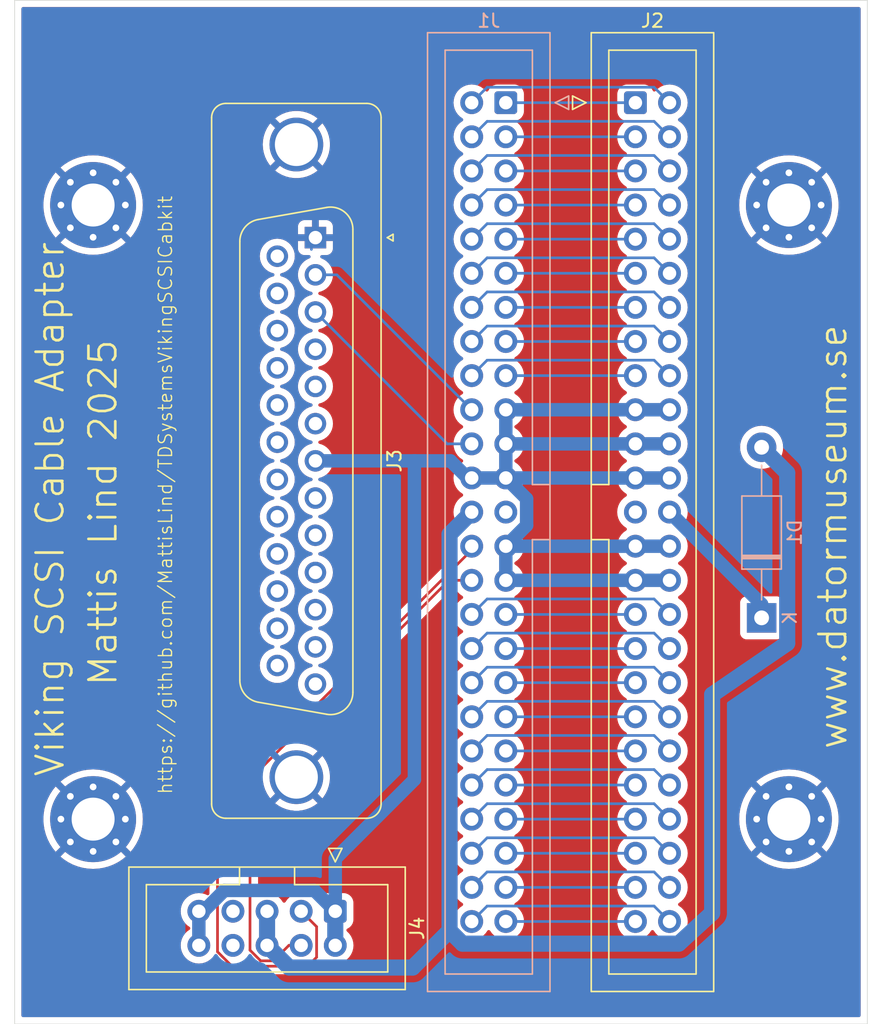
<source format=kicad_pcb>
(kicad_pcb (version 20240108) (generator "pcbnew") (generator_version "8.0")
  (layers (0 "F.Cu" signal) (31 "B.Cu" signal) (34 "B.Paste" user) (35 "F.Paste" user) (36 "B.SilkS" user "B.Silkscreen") (37 "F.SilkS" user "F.Silkscreen") (38 "B.Mask" user) (39 "F.Mask" user) (44 "Edge.Cuts" user))
  (net 0 "")
  (net 1 "Net-(D1-K)")
  (net 2 "Net-(D1-A)")
  (net 3 "/CHASSI")
  (net 4 "Net-(J1-Pin_14)")
  (net 5 "Net-(J1-Pin_42)")
  (net 6 "Net-(J1-Pin_45)")
  (net 7 "Net-(J1-Pin_34)")
  (net 8 "Net-(J1-Pin_46)")
  (net 9 "Net-(J1-Pin_38)")
  (net 10 "Net-(J1-Pin_8)")
  (net 11 "Net-(J1-Pin_19)")
  (net 12 "Net-(J1-Pin_16)")
  (net 13 "Net-(J1-Pin_11)")
  (net 14 "Net-(J1-Pin_17)")
  (net 15 "Net-(J1-Pin_43)")
  (net 16 "Net-(J1-Pin_6)")
  (net 17 "Net-(J1-Pin_20)")
  (net 18 "Net-(J1-Pin_41)")
  (net 19 "Net-(J1-Pin_3)")
  (net 20 "Net-(J1-Pin_50)")
  (net 21 "Net-(J1-Pin_49)")
  (net 22 "Net-(J1-Pin_33)")
  (net 23 "Net-(J1-Pin_37)")
  (net 24 "Net-(J1-Pin_15)")
  (net 25 "Net-(J1-Pin_39)")
  (net 26 "Net-(J1-Pin_4)")
  (net 27 "Net-(J1-Pin_1)")
  (net 28 "Net-(J1-Pin_36)")
  (net 29 "Net-(J1-Pin_35)")
  (net 30 "Net-(J1-Pin_22)")
  (net 31 "Net-(J1-Pin_13)")
  (net 32 "Net-(J1-Pin_48)")
  (net 33 "Net-(J1-Pin_12)")
  (net 34 "Net-(J1-Pin_5)")
  (net 35 "Net-(J1-Pin_2)")
  (net 36 "Net-(J1-Pin_10)")
  (net 37 "Net-(J1-Pin_40)")
  (net 38 "Net-(J1-Pin_44)")
  (net 39 "Net-(J1-Pin_9)")
  (net 40 "Net-(J1-Pin_47)")
  (net 41 "Net-(J1-Pin_31)")
  (net 42 "Net-(J1-Pin_32)")
  (net 43 "Net-(J1-Pin_7)")
  (net 44 "Net-(J1-Pin_18)")
  (net 70 "Net-(J1-Pin_30)")
  (net 71 "Net-(J1-Pin_28)")
  (footprint "MountingHole:MountingHole_3.2mm_M3_Pad_Via" (layer "F.Cu") (at 108.204 123.952)
    (property "Reference" "H4" (hide yes))
    (property "Value" "MountingHole_Pad")
    (pad "1" thru_hole circle (at -2.4 0) (size 0.8 0.8) (drill 0.5) (layers "*.Cu" "*.Mask") (net 3 "/CHASSI"))
    (pad "1" thru_hole circle (at -1.697056 -1.697056) (size 0.8 0.8) (drill 0.5) (layers "*.Cu" "*.Mask") (net 3 "/CHASSI"))
    (pad "1" thru_hole circle (at -1.697056 1.697056) (size 0.8 0.8) (drill 0.5) (layers "*.Cu" "*.Mask") (net 3 "/CHASSI"))
    (pad "1" thru_hole circle (at 0 -2.4) (size 0.8 0.8) (drill 0.5) (layers "*.Cu" "*.Mask") (net 3 "/CHASSI"))
    (pad "1" thru_hole circle (at 0 0) (size 6.4 6.4) (drill 3.2) (layers "*.Cu" "*.Mask") (net 3 "/CHASSI"))
    (pad "1" thru_hole circle (at 0 2.4) (size 0.8 0.8) (drill 0.5) (layers "*.Cu" "*.Mask") (net 3 "/CHASSI"))
    (pad "1" thru_hole circle (at 1.697056 -1.697056) (size 0.8 0.8) (drill 0.5) (layers "*.Cu" "*.Mask") (net 3 "/CHASSI"))
    (pad "1" thru_hole circle (at 1.697056 1.697056) (size 0.8 0.8) (drill 0.5) (layers "*.Cu" "*.Mask") (net 3 "/CHASSI"))
    (pad "1" thru_hole circle (at 2.4 0) (size 0.8 0.8) (drill 0.5) (layers "*.Cu" "*.Mask") (net 3 "/CHASSI"))
  )
  (footprint "MountingHole:MountingHole_3.2mm_M3_Pad_Via" (layer "F.Cu") (at 160.02 78.232)
    (property "Reference" "H2" (hide yes))
    (property "Value" "MountingHole_Pad")
    (pad "1" thru_hole circle (at -2.4 0) (size 0.8 0.8) (drill 0.5) (layers "*.Cu" "*.Mask") (net 3 "/CHASSI"))
    (pad "1" thru_hole circle (at -1.697056 -1.697056) (size 0.8 0.8) (drill 0.5) (layers "*.Cu" "*.Mask") (net 3 "/CHASSI"))
    (pad "1" thru_hole circle (at -1.697056 1.697056) (size 0.8 0.8) (drill 0.5) (layers "*.Cu" "*.Mask") (net 3 "/CHASSI"))
    (pad "1" thru_hole circle (at 0 -2.4) (size 0.8 0.8) (drill 0.5) (layers "*.Cu" "*.Mask") (net 3 "/CHASSI"))
    (pad "1" thru_hole circle (at 0 0) (size 6.4 6.4) (drill 3.2) (layers "*.Cu" "*.Mask") (net 3 "/CHASSI"))
    (pad "1" thru_hole circle (at 0 2.4) (size 0.8 0.8) (drill 0.5) (layers "*.Cu" "*.Mask") (net 3 "/CHASSI"))
    (pad "1" thru_hole circle (at 1.697056 -1.697056) (size 0.8 0.8) (drill 0.5) (layers "*.Cu" "*.Mask") (net 3 "/CHASSI"))
    (pad "1" thru_hole circle (at 1.697056 1.697056) (size 0.8 0.8) (drill 0.5) (layers "*.Cu" "*.Mask") (net 3 "/CHASSI"))
    (pad "1" thru_hole circle (at 2.4 0) (size 0.8 0.8) (drill 0.5) (layers "*.Cu" "*.Mask") (net 3 "/CHASSI"))
  )
  (footprint "MountingHole:MountingHole_3.2mm_M3_Pad_Via" (layer "F.Cu") (at 108.204 78.232)
    (property "Reference" "H3" (hide yes))
    (property "Value" "MountingHole_Pad")
    (pad "1" thru_hole circle (at -2.4 0) (size 0.8 0.8) (drill 0.5) (layers "*.Cu" "*.Mask") (net 3 "/CHASSI"))
    (pad "1" thru_hole circle (at -1.697056 -1.697056) (size 0.8 0.8) (drill 0.5) (layers "*.Cu" "*.Mask") (net 3 "/CHASSI"))
    (pad "1" thru_hole circle (at -1.697056 1.697056) (size 0.8 0.8) (drill 0.5) (layers "*.Cu" "*.Mask") (net 3 "/CHASSI"))
    (pad "1" thru_hole circle (at 0 -2.4) (size 0.8 0.8) (drill 0.5) (layers "*.Cu" "*.Mask") (net 3 "/CHASSI"))
    (pad "1" thru_hole circle (at 0 0) (size 6.4 6.4) (drill 3.2) (layers "*.Cu" "*.Mask") (net 3 "/CHASSI"))
    (pad "1" thru_hole circle (at 0 2.4) (size 0.8 0.8) (drill 0.5) (layers "*.Cu" "*.Mask") (net 3 "/CHASSI"))
    (pad "1" thru_hole circle (at 1.697056 -1.697056) (size 0.8 0.8) (drill 0.5) (layers "*.Cu" "*.Mask") (net 3 "/CHASSI"))
    (pad "1" thru_hole circle (at 1.697056 1.697056) (size 0.8 0.8) (drill 0.5) (layers "*.Cu" "*.Mask") (net 3 "/CHASSI"))
    (pad "1" thru_hole circle (at 2.4 0) (size 0.8 0.8) (drill 0.5) (layers "*.Cu" "*.Mask") (net 3 "/CHASSI"))
  )
  (footprint "Connector_IDC:IDC-Header_2x25_P2.54mm_Vertical" (layer "F.Cu") (at 148.59 70.612)
    (property "Reference" "J2" (at 1.27 -6.1 0) (layer "F.SilkS"))
    (property "Value" "SCSI TO DEVICE")
    (fp_line (start -4.68 -0.5) (end -4.68 0.5) (stroke (width 0.12)) (layer "F.SilkS"))
    (fp_line (start -4.68 0.5) (end -3.68 0) (stroke (width 0.12)) (layer "F.SilkS"))
    (fp_line (start -3.68 0) (end -4.68 -0.5) (stroke (width 0.12)) (layer "F.SilkS"))
    (fp_line (start -3.29 -5.21) (end 5.83 -5.21) (stroke (width 0.12)) (layer "F.SilkS"))
    (fp_line (start -3.29 28.43) (end -1.98 28.43) (stroke (width 0.12)) (layer "F.SilkS"))
    (fp_line (start -3.29 66.17) (end -3.29 -5.21) (stroke (width 0.12)) (layer "F.SilkS"))
    (fp_line (start -1.98 -3.91) (end 4.52 -3.91) (stroke (width 0.12)) (layer "F.SilkS"))
    (fp_line (start -1.98 28.43) (end -1.98 -3.91) (stroke (width 0.12)) (layer "F.SilkS"))
    (fp_line (start -1.98 32.53) (end -3.29 32.53) (stroke (width 0.12)) (layer "F.SilkS"))
    (fp_line (start -1.98 32.53) (end -1.98 32.53) (stroke (width 0.12)) (layer "F.SilkS"))
    (fp_line (start -1.98 64.87) (end -1.98 32.53) (stroke (width 0.12)) (layer "F.SilkS"))
    (fp_line (start 4.52 -3.91) (end 4.52 64.87) (stroke (width 0.12)) (layer "F.SilkS"))
    (fp_line (start 4.52 64.87) (end -1.98 64.87) (stroke (width 0.12)) (layer "F.SilkS"))
    (fp_line (start 5.83 -5.21) (end 5.83 66.17) (stroke (width 0.12)) (layer "F.SilkS"))
    (fp_line (start 5.83 66.17) (end -3.29 66.17) (stroke (width 0.12)) (layer "F.SilkS"))
    (pad "1" thru_hole roundrect (at 0 0) (size 1.7 1.7) (drill 1) (layers "*.Cu" "*.Mask") (roundrect_rratio 0.147059) (net 27 "Net-(J1-Pin_1)"))
    (pad "2" thru_hole circle (at 2.54 0) (size 1.7 1.7) (drill 1) (layers "*.Cu" "*.Mask") (net 35 "Net-(J1-Pin_2)"))
    (pad "3" thru_hole circle (at 0 2.54) (size 1.7 1.7) (drill 1) (layers "*.Cu" "*.Mask") (net 19 "Net-(J1-Pin_3)"))
    (pad "4" thru_hole circle (at 2.54 2.54) (size 1.7 1.7) (drill 1) (layers "*.Cu" "*.Mask") (net 26 "Net-(J1-Pin_4)"))
    (pad "5" thru_hole circle (at 0 5.08) (size 1.7 1.7) (drill 1) (layers "*.Cu" "*.Mask") (net 34 "Net-(J1-Pin_5)"))
    (pad "6" thru_hole circle (at 2.54 5.08) (size 1.7 1.7) (drill 1) (layers "*.Cu" "*.Mask") (net 16 "Net-(J1-Pin_6)"))
    (pad "7" thru_hole circle (at 0 7.62) (size 1.7 1.7) (drill 1) (layers "*.Cu" "*.Mask") (net 43 "Net-(J1-Pin_7)"))
    (pad "8" thru_hole circle (at 2.54 7.62) (size 1.7 1.7) (drill 1) (layers "*.Cu" "*.Mask") (net 10 "Net-(J1-Pin_8)"))
    (pad "9" thru_hole circle (at 0 10.16) (size 1.7 1.7) (drill 1) (layers "*.Cu" "*.Mask") (net 39 "Net-(J1-Pin_9)"))
    (pad "10" thru_hole circle (at 2.54 10.16) (size 1.7 1.7) (drill 1) (layers "*.Cu" "*.Mask") (net 36 "Net-(J1-Pin_10)"))
    (pad "11" thru_hole circle (at 0 12.7) (size 1.7 1.7) (drill 1) (layers "*.Cu" "*.Mask") (net 13 "Net-(J1-Pin_11)"))
    (pad "12" thru_hole circle (at 2.54 12.7) (size 1.7 1.7) (drill 1) (layers "*.Cu" "*.Mask") (net 33 "Net-(J1-Pin_12)"))
    (pad "13" thru_hole circle (at 0 15.24) (size 1.7 1.7) (drill 1) (layers "*.Cu" "*.Mask") (net 31 "Net-(J1-Pin_13)"))
    (pad "14" thru_hole circle (at 2.54 15.24) (size 1.7 1.7) (drill 1) (layers "*.Cu" "*.Mask") (net 4 "Net-(J1-Pin_14)"))
    (pad "15" thru_hole circle (at 0 17.78) (size 1.7 1.7) (drill 1) (layers "*.Cu" "*.Mask") (net 24 "Net-(J1-Pin_15)"))
    (pad "16" thru_hole circle (at 2.54 17.78) (size 1.7 1.7) (drill 1) (layers "*.Cu" "*.Mask") (net 12 "Net-(J1-Pin_16)"))
    (pad "17" thru_hole circle (at 0 20.32) (size 1.7 1.7) (drill 1) (layers "*.Cu" "*.Mask") (net 14 "Net-(J1-Pin_17)"))
    (pad "18" thru_hole circle (at 2.54 20.32) (size 1.7 1.7) (drill 1) (layers "*.Cu" "*.Mask") (net 44 "Net-(J1-Pin_18)"))
    (pad "19" thru_hole circle (at 0 22.86) (size 1.7 1.7) (drill 1) (layers "*.Cu" "*.Mask") (net 11 "Net-(J1-Pin_19)"))
    (pad "20" thru_hole circle (at 2.54 22.86) (size 1.7 1.7) (drill 1) (layers "*.Cu" "*.Mask") (net 11 "Net-(J1-Pin_19)"))
    (pad "21" thru_hole circle (at 0 25.4) (size 1.7 1.7) (drill 1) (layers "*.Cu" "*.Mask") (net 11 "Net-(J1-Pin_19)"))
    (pad "22" thru_hole circle (at 2.54 25.4) (size 1.7 1.7) (drill 1) (layers "*.Cu" "*.Mask") (net 11 "Net-(J1-Pin_19)"))
    (pad "23" thru_hole circle (at 0 27.94) (size 1.7 1.7) (drill 1) (layers "*.Cu" "*.Mask") (net 11 "Net-(J1-Pin_19)"))
    (pad "24" thru_hole circle (at 2.54 27.94) (size 1.7 1.7) (drill 1) (layers "*.Cu" "*.Mask") (net 11 "Net-(J1-Pin_19)"))
    (pad "25" thru_hole circle (at 0 30.48) (size 1.7 1.7) (drill 1) (layers "*.Cu" "*.Mask"))
    (pad "26" thru_hole circle (at 2.54 30.48) (size 1.7 1.7) (drill 1) (layers "*.Cu" "*.Mask") (net 1 "Net-(D1-K)"))
    (pad "27" thru_hole circle (at 0 33.02) (size 1.7 1.7) (drill 1) (layers "*.Cu" "*.Mask") (net 11 "Net-(J1-Pin_19)"))
    (pad "28" thru_hole circle (at 2.54 33.02) (size 1.7 1.7) (drill 1) (layers "*.Cu" "*.Mask") (net 11 "Net-(J1-Pin_19)"))
    (pad "29" thru_hole circle (at 0 35.56) (size 1.7 1.7) (drill 1) (layers "*.Cu" "*.Mask") (net 11 "Net-(J1-Pin_19)"))
    (pad "30" thru_hole circle (at 2.54 35.56) (size 1.7 1.7) (drill 1) (layers "*.Cu" "*.Mask") (net 11 "Net-(J1-Pin_19)"))
    (pad "31" thru_hole circle (at 0 38.1) (size 1.7 1.7) (drill 1) (layers "*.Cu" "*.Mask") (net 41 "Net-(J1-Pin_31)"))
    (pad "32" thru_hole circle (at 2.54 38.1) (size 1.7 1.7) (drill 1) (layers "*.Cu" "*.Mask") (net 42 "Net-(J1-Pin_32)"))
    (pad "33" thru_hole circle (at 0 40.64) (size 1.7 1.7) (drill 1) (layers "*.Cu" "*.Mask") (net 22 "Net-(J1-Pin_33)"))
    (pad "34" thru_hole circle (at 2.54 40.64) (size 1.7 1.7) (drill 1) (layers "*.Cu" "*.Mask") (net 7 "Net-(J1-Pin_34)"))
    (pad "35" thru_hole circle (at 0 43.18) (size 1.7 1.7) (drill 1) (layers "*.Cu" "*.Mask") (net 29 "Net-(J1-Pin_35)"))
    (pad "36" thru_hole circle (at 2.54 43.18) (size 1.7 1.7) (drill 1) (layers "*.Cu" "*.Mask") (net 28 "Net-(J1-Pin_36)"))
    (pad "37" thru_hole circle (at 0 45.72) (size 1.7 1.7) (drill 1) (layers "*.Cu" "*.Mask") (net 23 "Net-(J1-Pin_37)"))
    (pad "38" thru_hole circle (at 2.54 45.72) (size 1.7 1.7) (drill 1) (layers "*.Cu" "*.Mask") (net 9 "Net-(J1-Pin_38)"))
    (pad "39" thru_hole circle (at 0 48.26) (size 1.7 1.7) (drill 1) (layers "*.Cu" "*.Mask") (net 25 "Net-(J1-Pin_39)"))
    (pad "40" thru_hole circle (at 2.54 48.26) (size 1.7 1.7) (drill 1) (layers "*.Cu" "*.Mask") (net 37 "Net-(J1-Pin_40)"))
    (pad "41" thru_hole circle (at 0 50.8) (size 1.7 1.7) (drill 1) (layers "*.Cu" "*.Mask") (net 18 "Net-(J1-Pin_41)"))
    (pad "42" thru_hole circle (at 2.54 50.8) (size 1.7 1.7) (drill 1) (layers "*.Cu" "*.Mask") (net 5 "Net-(J1-Pin_42)"))
    (pad "43" thru_hole circle (at 0 53.34) (size 1.7 1.7) (drill 1) (layers "*.Cu" "*.Mask") (net 15 "Net-(J1-Pin_43)"))
    (pad "44" thru_hole circle (at 2.54 53.34) (size 1.7 1.7) (drill 1) (layers "*.Cu" "*.Mask") (net 38 "Net-(J1-Pin_44)"))
    (pad "45" thru_hole circle (at 0 55.88) (size 1.7 1.7) (drill 1) (layers "*.Cu" "*.Mask") (net 6 "Net-(J1-Pin_45)"))
    (pad "46" thru_hole circle (at 2.54 55.88) (size 1.7 1.7) (drill 1) (layers "*.Cu" "*.Mask") (net 8 "Net-(J1-Pin_46)"))
    (pad "47" thru_hole circle (at 0 58.42) (size 1.7 1.7) (drill 1) (layers "*.Cu" "*.Mask") (net 40 "Net-(J1-Pin_47)"))
    (pad "48" thru_hole circle (at 2.54 58.42) (size 1.7 1.7) (drill 1) (layers "*.Cu" "*.Mask") (net 32 "Net-(J1-Pin_48)"))
    (pad "49" thru_hole circle (at 0 60.96) (size 1.7 1.7) (drill 1) (layers "*.Cu" "*.Mask") (net 21 "Net-(J1-Pin_49)"))
    (pad "50" thru_hole circle (at 2.54 60.96) (size 1.7 1.7) (drill 1) (layers "*.Cu" "*.Mask") (net 20 "Net-(J1-Pin_50)"))
  )
  (footprint "Connector_IDC:IDC-Header_2x05_P2.54mm_Vertical" (layer "F.Cu") (at 126.238 130.81 -90)
    (property "Reference" "J4" (at 1.27 -6.1 90) (layer "F.SilkS"))
    (property "Value" "10 PIN")
    (fp_line (start -3.29 15.37) (end -3.29 -5.21) (stroke (width 0.12)) (layer "F.SilkS"))
    (fp_line (start 5.83 15.37) (end -3.29 15.37) (stroke (width 0.12)) (layer "F.SilkS"))
    (fp_line (start -1.98 14.07) (end -1.98 7.13) (stroke (width 0.12)) (layer "F.SilkS"))
    (fp_line (start 4.52 14.07) (end -1.98 14.07) (stroke (width 0.12)) (layer "F.SilkS"))
    (fp_line (start -1.98 7.13) (end -3.29 7.13) (stroke (width 0.12)) (layer "F.SilkS"))
    (fp_line (start -1.98 7.13) (end -1.98 7.13) (stroke (width 0.12)) (layer "F.SilkS"))
    (fp_line (start -3.29 3.03) (end -1.98 3.03) (stroke (width 0.12)) (layer "F.SilkS"))
    (fp_line (start -1.98 3.03) (end -1.98 -3.91) (stroke (width 0.12)) (layer "F.SilkS"))
    (fp_line (start -4.68 0.5) (end -3.68 0) (stroke (width 0.12)) (layer "F.SilkS"))
    (fp_line (start -3.68 0) (end -4.68 -0.5) (stroke (width 0.12)) (layer "F.SilkS"))
    (fp_line (start -4.68 -0.5) (end -4.68 0.5) (stroke (width 0.12)) (layer "F.SilkS"))
    (fp_line (start -1.98 -3.91) (end 4.52 -3.91) (stroke (width 0.12)) (layer "F.SilkS"))
    (fp_line (start 4.52 -3.91) (end 4.52 14.07) (stroke (width 0.12)) (layer "F.SilkS"))
    (fp_line (start -3.29 -5.21) (end 5.83 -5.21) (stroke (width 0.12)) (layer "F.SilkS"))
    (fp_line (start 5.83 -5.21) (end 5.83 15.37) (stroke (width 0.12)) (layer "F.SilkS"))
    (pad "1" thru_hole roundrect (at 0 0 270) (size 1.7 1.7) (drill 1) (layers "*.Cu" "*.Mask") (roundrect_rratio 0.147059) (net 11 "Net-(J1-Pin_19)"))
    (pad "2" thru_hole circle (at 2.54 0 270) (size 1.7 1.7) (drill 1) (layers "*.Cu" "*.Mask") (net 11 "Net-(J1-Pin_19)"))
    (pad "3" thru_hole circle (at 0 2.54 270) (size 1.7 1.7) (drill 1) (layers "*.Cu" "*.Mask") (net 71 "Net-(J1-Pin_28)"))
    (pad "4" thru_hole circle (at 2.54 2.54 270) (size 1.7 1.7) (drill 1) (layers "*.Cu" "*.Mask") (net 70 "Net-(J1-Pin_30)"))
    (pad "5" thru_hole circle (at 0 5.08 270) (size 1.7 1.7) (drill 1) (layers "*.Cu" "*.Mask") (net 2 "Net-(D1-A)"))
    (pad "6" thru_hole circle (at 2.54 5.08 270) (size 1.7 1.7) (drill 1) (layers "*.Cu" "*.Mask") (net 2 "Net-(D1-A)"))
    (pad "7" thru_hole circle (at 0 7.62 270) (size 1.7 1.7) (drill 1) (layers "*.Cu" "*.Mask"))
    (pad "8" thru_hole circle (at 2.54 7.62 270) (size 1.7 1.7) (drill 1) (layers "*.Cu" "*.Mask"))
    (pad "9" thru_hole circle (at 0 10.16 270) (size 1.7 1.7) (drill 1) (layers "*.Cu" "*.Mask") (net 11 "Net-(J1-Pin_19)"))
    (pad "10" thru_hole circle (at 2.54 10.16 270) (size 1.7 1.7) (drill 1) (layers "*.Cu" "*.Mask") (net 11 "Net-(J1-Pin_19)"))
  )
  (footprint "Connector_Dsub:DSUB-25_Male_Vertical_P2.77x2.84mm_MountingHoles" (layer "F.Cu") (at 124.76 80.657 -90)
    (property "Reference" "J3" (at 16.62 -5.89 90) (layer "F.SilkS"))
    (property "Value" "DB25_Plug_MountingHoles")
    (fp_line (start 42.17 7.73) (end -8.93 7.73) (stroke (width 0.12)) (layer "F.SilkS"))
    (fp_line (start -9.99 6.67) (end -9.99 -3.83) (stroke (width 0.12)) (layer "F.SilkS"))
    (fp_line (start 0.287579 5.63) (end 32.952421 5.63) (stroke (width 0.12)) (layer "F.SilkS"))
    (fp_line (start -2.24647 -0.841744) (end -1.347202 4.258256) (stroke (width 0.12)) (layer "F.SilkS"))
    (fp_line (start 35.48647 -0.841744) (end 34.587202 4.258256) (stroke (width 0.12)) (layer "F.SilkS"))
    (fp_line (start -0.611689 -2.79) (end 33.851689 -2.79) (stroke (width 0.12)) (layer "F.SilkS"))
    (fp_line (start 43.23 -3.83) (end 43.23 6.67) (stroke (width 0.12)) (layer "F.SilkS"))
    (fp_line (start -8.93 -4.89) (end 42.17 -4.89) (stroke (width 0.12)) (layer "F.SilkS"))
    (fp_line (start 0 -5.351325) (end -0.25 -5.784338) (stroke (width 0.12)) (layer "F.SilkS"))
    (fp_line (start -0.25 -5.784338) (end 0.25 -5.784338) (stroke (width 0.12)) (layer "F.SilkS"))
    (fp_line (start 0.25 -5.784338) (end 0 -5.351325) (stroke (width 0.12)) (layer "F.SilkS"))
    (fp_arc (start -8.93 7.73) (mid -9.679533 7.419533) (end -9.99 6.67) (stroke (width 0.12)) (layer "F.SilkS"))
    (fp_arc (start 43.23 6.67) (mid 42.919533 7.419533) (end 42.17 7.73) (stroke (width 0.12)) (layer "F.SilkS"))
    (fp_arc (start 0.287579 5.63) (mid -0.779449 5.241634) (end -1.347202 4.258256) (stroke (width 0.12)) (layer "F.SilkS"))
    (fp_arc (start 34.587202 4.258256) (mid 34.01945 5.241642) (end 32.952421 5.63) (stroke (width 0.12)) (layer "F.SilkS"))
    (fp_arc (start -2.24647 -0.841744) (mid -1.883323 -2.197028) (end -0.611689 -2.79) (stroke (width 0.12)) (layer "F.SilkS"))
    (fp_arc (start 33.851689 -2.79) (mid 35.123331 -2.197031) (end 35.48647 -0.841744) (stroke (width 0.12)) (layer "F.SilkS"))
    (fp_arc (start -9.99 -3.83) (mid -9.679533 -4.579533) (end -8.93 -4.89) (stroke (width 0.12)) (layer "F.SilkS"))
    (fp_arc (start 42.17 -4.89) (mid 42.919533 -4.579533) (end 43.23 -3.83) (stroke (width 0.12)) (layer "F.SilkS"))
    (pad "0" thru_hole circle (at -6.93 1.42 270) (size 4 4) (drill 3.2) (layers "*.Cu" "*.Mask") (net 3 "/CHASSI"))
    (pad "0" thru_hole circle (at 40.17 1.42 270) (size 4 4) (drill 3.2) (layers "*.Cu" "*.Mask") (net 3 "/CHASSI"))
    (pad "1" thru_hole rect (at 0 0 270) (size 1.6 1.6) (drill 1) (layers "*.Cu" "*.Mask") (net 3 "/CHASSI"))
    (pad "2" thru_hole circle (at 2.77 0 270) (size 1.6 1.6) (drill 1) (layers "*.Cu" "*.Mask") (net 17 "Net-(J1-Pin_20)"))
    (pad "3" thru_hole circle (at 5.54 0 270) (size 1.6 1.6) (drill 1) (layers "*.Cu" "*.Mask") (net 30 "Net-(J1-Pin_22)"))
    (pad "4" thru_hole circle (at 8.31 0 270) (size 1.6 1.6) (drill 1) (layers "*.Cu" "*.Mask"))
    (pad "5" thru_hole circle (at 11.08 0 270) (size 1.6 1.6) (drill 1) (layers "*.Cu" "*.Mask"))
    (pad "6" thru_hole circle (at 13.85 0 270) (size 1.6 1.6) (drill 1) (layers "*.Cu" "*.Mask"))
    (pad "7" thru_hole circle (at 16.62 0 270) (size 1.6 1.6) (drill 1) (layers "*.Cu" "*.Mask") (net 11 "Net-(J1-Pin_19)"))
    (pad "8" thru_hole circle (at 19.39 0 270) (size 1.6 1.6) (drill 1) (layers "*.Cu" "*.Mask"))
    (pad "9" thru_hole circle (at 22.16 0 270) (size 1.6 1.6) (drill 1) (layers "*.Cu" "*.Mask"))
    (pad "10" thru_hole circle (at 24.93 0 270) (size 1.6 1.6) (drill 1) (layers "*.Cu" "*.Mask"))
    (pad "11" thru_hole circle (at 27.7 0 270) (size 1.6 1.6) (drill 1) (layers "*.Cu" "*.Mask"))
    (pad "12" thru_hole circle (at 30.47 0 270) (size 1.6 1.6) (drill 1) (layers "*.Cu" "*.Mask"))
    (pad "13" thru_hole circle (at 33.24 0 270) (size 1.6 1.6) (drill 1) (layers "*.Cu" "*.Mask"))
    (pad "14" thru_hole circle (at 1.385 2.84 270) (size 1.6 1.6) (drill 1) (layers "*.Cu" "*.Mask"))
    (pad "15" thru_hole circle (at 4.155 2.84 270) (size 1.6 1.6) (drill 1) (layers "*.Cu" "*.Mask"))
    (pad "16" thru_hole circle (at 6.925 2.84 270) (size 1.6 1.6) (drill 1) (layers "*.Cu" "*.Mask"))
    (pad "17" thru_hole circle (at 9.695 2.84 270) (size 1.6 1.6) (drill 1) (layers "*.Cu" "*.Mask"))
    (pad "18" thru_hole circle (at 12.465 2.84 270) (size 1.6 1.6) (drill 1) (layers "*.Cu" "*.Mask"))
    (pad "19" thru_hole circle (at 15.235 2.84 270) (size 1.6 1.6) (drill 1) (layers "*.Cu" "*.Mask"))
    (pad "20" thru_hole circle (at 18.005 2.84 270) (size 1.6 1.6) (drill 1) (layers "*.Cu" "*.Mask"))
    (pad "21" thru_hole circle (at 20.775 2.84 270) (size 1.6 1.6) (drill 1) (layers "*.Cu" "*.Mask"))
    (pad "22" thru_hole circle (at 23.545 2.84 270) (size 1.6 1.6) (drill 1) (layers "*.Cu" "*.Mask"))
    (pad "23" thru_hole circle (at 26.315 2.84 270) (size 1.6 1.6) (drill 1) (layers "*.Cu" "*.Mask"))
    (pad "24" thru_hole circle (at 29.085 2.84 270) (size 1.6 1.6) (drill 1) (layers "*.Cu" "*.Mask"))
    (pad "25" thru_hole circle (at 31.855 2.84 270) (size 1.6 1.6) (drill 1) (layers "*.Cu" "*.Mask"))
  )
  (footprint "MountingHole:MountingHole_3.2mm_M3_Pad_Via" (layer "F.Cu") (at 160.02 123.952)
    (property "Reference" "H1" (hide yes))
    (property "Value" "MountingHole_Pad")
    (pad "1" thru_hole circle (at -2.4 0) (size 0.8 0.8) (drill 0.5) (layers "*.Cu" "*.Mask") (net 3 "/CHASSI"))
    (pad "1" thru_hole circle (at -1.697056 -1.697056) (size 0.8 0.8) (drill 0.5) (layers "*.Cu" "*.Mask") (net 3 "/CHASSI"))
    (pad "1" thru_hole circle (at -1.697056 1.697056) (size 0.8 0.8) (drill 0.5) (layers "*.Cu" "*.Mask") (net 3 "/CHASSI"))
    (pad "1" thru_hole circle (at 0 -2.4) (size 0.8 0.8) (drill 0.5) (layers "*.Cu" "*.Mask") (net 3 "/CHASSI"))
    (pad "1" thru_hole circle (at 0 0) (size 6.4 6.4) (drill 3.2) (layers "*.Cu" "*.Mask") (net 3 "/CHASSI"))
    (pad "1" thru_hole circle (at 0 2.4) (size 0.8 0.8) (drill 0.5) (layers "*.Cu" "*.Mask") (net 3 "/CHASSI"))
    (pad "1" thru_hole circle (at 1.697056 -1.697056) (size 0.8 0.8) (drill 0.5) (layers "*.Cu" "*.Mask") (net 3 "/CHASSI"))
    (pad "1" thru_hole circle (at 1.697056 1.697056) (size 0.8 0.8) (drill 0.5) (layers "*.Cu" "*.Mask") (net 3 "/CHASSI"))
    (pad "1" thru_hole circle (at 2.4 0) (size 0.8 0.8) (drill 0.5) (layers "*.Cu" "*.Mask") (net 3 "/CHASSI"))
  )
  (footprint "Diode_THT:D_DO-41_SOD81_P12.70mm_Horizontal" (layer "B.Cu") (at 157.988 108.966 90)
    (property "Reference" "D1" (at 6.35 2.47 90) (layer "B.SilkS") (effects (justify mirror)))
    (property "Value" "D_Small_Filled")
    (fp_line (start 9.07 -1.47) (end 3.63 -1.47) (stroke (width 0.12)) (layer "B.SilkS"))
    (fp_line (start 4.65 -1.47) (end 4.65 1.47) (stroke (width 0.12)) (layer "B.SilkS"))
    (fp_line (start 4.53 -1.47) (end 4.53 1.47) (stroke (width 0.12)) (layer "B.SilkS"))
    (fp_line (start 4.41 -1.47) (end 4.41 1.47) (stroke (width 0.12)) (layer "B.SilkS"))
    (fp_line (start 3.63 -1.47) (end 3.63 1.47) (stroke (width 0.12)) (layer "B.SilkS"))
    (fp_line (start 9.07 0) (end 11.36 0) (stroke (width 0.12)) (layer "B.SilkS"))
    (fp_line (start 3.63 0) (end 1.34 0) (stroke (width 0.12)) (layer "B.SilkS"))
    (fp_line (start 9.07 1.47) (end 9.07 -1.47) (stroke (width 0.12)) (layer "B.SilkS"))
    (fp_line (start 3.63 1.47) (end 9.07 1.47) (stroke (width 0.12)) (layer "B.SilkS"))
    (fp_text user "K" (at 0 2.1 90) (layer "B.SilkS") (effects (justify mirror)))
    (pad "1" thru_hole rect (at 0 0 90) (size 2.2 2.2) (drill 1.1) (layers "*.Cu" "*.Mask") (net 1 "Net-(D1-K)"))
    (pad "2" thru_hole oval (at 12.7 0 90) (size 2.2 2.2) (drill 1.1) (layers "*.Cu" "*.Mask") (net 2 "Net-(D1-A)"))
  )
  (footprint "Connector_IDC:IDC-Header_2x25_P2.54mm_Vertical" (layer "B.Cu") (at 138.938 70.612 180)
    (property "Reference" "J1" (at 1.27 6.1 0) (layer "B.SilkS") (effects (justify mirror)))
    (property "Value" "SCSI FROM CTRLR")
    (fp_line (start 5.83 5.21) (end -3.29 5.21) (stroke (width 0.12)) (layer "B.SilkS"))
    (fp_line (start 5.83 -66.17) (end 5.83 5.21) (stroke (width 0.12)) (layer "B.SilkS"))
    (fp_line (start 4.52 3.91) (end -1.98 3.91) (stroke (width 0.12)) (layer "B.SilkS"))
    (fp_line (start 4.52 -64.87) (end 4.52 3.91) (stroke (width 0.12)) (layer "B.SilkS"))
    (fp_line (start -1.98 3.91) (end -1.98 -28.43) (stroke (width 0.12)) (layer "B.SilkS"))
    (fp_line (start -1.98 -28.43) (end -3.29 -28.43) (stroke (width 0.12)) (layer "B.SilkS"))
    (fp_line (start -1.98 -32.53) (end -1.98 -32.53) (stroke (width 0.12)) (layer "B.SilkS"))
    (fp_line (start -1.98 -32.53) (end -1.98 -64.87) (stroke (width 0.12)) (layer "B.SilkS"))
    (fp_line (start -1.98 -64.87) (end 4.52 -64.87) (stroke (width 0.12)) (layer "B.SilkS"))
    (fp_line (start -3.29 5.21) (end -3.29 -66.17) (stroke (width 0.12)) (layer "B.SilkS"))
    (fp_line (start -3.29 -32.53) (end -1.98 -32.53) (stroke (width 0.12)) (layer "B.SilkS"))
    (fp_line (start -3.29 -66.17) (end 5.83 -66.17) (stroke (width 0.12)) (layer "B.SilkS"))
    (fp_line (start -3.68 0) (end -4.68 -0.5) (stroke (width 0.12)) (layer "B.SilkS"))
    (fp_line (start -4.68 0.5) (end -3.68 0) (stroke (width 0.12)) (layer "B.SilkS"))
    (fp_line (start -4.68 -0.5) (end -4.68 0.5) (stroke (width 0.12)) (layer "B.SilkS"))
    (pad "1" thru_hole roundrect (at 0 0 180) (size 1.7 1.7) (drill 1) (layers "*.Cu" "*.Mask") (roundrect_rratio 0.147059) (net 27 "Net-(J1-Pin_1)"))
    (pad "2" thru_hole circle (at 2.54 0 180) (size 1.7 1.7) (drill 1) (layers "*.Cu" "*.Mask") (net 35 "Net-(J1-Pin_2)"))
    (pad "3" thru_hole circle (at 0 -2.54 180) (size 1.7 1.7) (drill 1) (layers "*.Cu" "*.Mask") (net 19 "Net-(J1-Pin_3)"))
    (pad "4" thru_hole circle (at 2.54 -2.54 180) (size 1.7 1.7) (drill 1) (layers "*.Cu" "*.Mask") (net 26 "Net-(J1-Pin_4)"))
    (pad "5" thru_hole circle (at 0 -5.08 180) (size 1.7 1.7) (drill 1) (layers "*.Cu" "*.Mask") (net 34 "Net-(J1-Pin_5)"))
    (pad "6" thru_hole circle (at 2.54 -5.08 180) (size 1.7 1.7) (drill 1) (layers "*.Cu" "*.Mask") (net 16 "Net-(J1-Pin_6)"))
    (pad "7" thru_hole circle (at 0 -7.62 180) (size 1.7 1.7) (drill 1) (layers "*.Cu" "*.Mask") (net 43 "Net-(J1-Pin_7)"))
    (pad "8" thru_hole circle (at 2.54 -7.62 180) (size 1.7 1.7) (drill 1) (layers "*.Cu" "*.Mask") (net 10 "Net-(J1-Pin_8)"))
    (pad "9" thru_hole circle (at 0 -10.16 180) (size 1.7 1.7) (drill 1) (layers "*.Cu" "*.Mask") (net 39 "Net-(J1-Pin_9)"))
    (pad "10" thru_hole circle (at 2.54 -10.16 180) (size 1.7 1.7) (drill 1) (layers "*.Cu" "*.Mask") (net 36 "Net-(J1-Pin_10)"))
    (pad "11" thru_hole circle (at 0 -12.7 180) (size 1.7 1.7) (drill 1) (layers "*.Cu" "*.Mask") (net 13 "Net-(J1-Pin_11)"))
    (pad "12" thru_hole circle (at 2.54 -12.7 180) (size 1.7 1.7) (drill 1) (layers "*.Cu" "*.Mask") (net 33 "Net-(J1-Pin_12)"))
    (pad "13" thru_hole circle (at 0 -15.24 180) (size 1.7 1.7) (drill 1) (layers "*.Cu" "*.Mask") (net 31 "Net-(J1-Pin_13)"))
    (pad "14" thru_hole circle (at 2.54 -15.24 180) (size 1.7 1.7) (drill 1) (layers "*.Cu" "*.Mask") (net 4 "Net-(J1-Pin_14)"))
    (pad "15" thru_hole circle (at 0 -17.78 180) (size 1.7 1.7) (drill 1) (layers "*.Cu" "*.Mask") (net 24 "Net-(J1-Pin_15)"))
    (pad "16" thru_hole circle (at 2.54 -17.78 180) (size 1.7 1.7) (drill 1) (layers "*.Cu" "*.Mask") (net 12 "Net-(J1-Pin_16)"))
    (pad "17" thru_hole circle (at 0 -20.32 180) (size 1.7 1.7) (drill 1) (layers "*.Cu" "*.Mask") (net 14 "Net-(J1-Pin_17)"))
    (pad "18" thru_hole circle (at 2.54 -20.32 180) (size 1.7 1.7) (drill 1) (layers "*.Cu" "*.Mask") (net 44 "Net-(J1-Pin_18)"))
    (pad "19" thru_hole circle (at 0 -22.86 180) (size 1.7 1.7) (drill 1) (layers "*.Cu" "*.Mask") (net 11 "Net-(J1-Pin_19)"))
    (pad "20" thru_hole circle (at 2.54 -22.86 180) (size 1.7 1.7) (drill 1) (layers "*.Cu" "*.Mask") (net 17 "Net-(J1-Pin_20)"))
    (pad "21" thru_hole circle (at 0 -25.4 180) (size 1.7 1.7) (drill 1) (layers "*.Cu" "*.Mask") (net 11 "Net-(J1-Pin_19)"))
    (pad "22" thru_hole circle (at 2.54 -25.4 180) (size 1.7 1.7) (drill 1) (layers "*.Cu" "*.Mask") (net 30 "Net-(J1-Pin_22)"))
    (pad "23" thru_hole circle (at 0 -27.94 180) (size 1.7 1.7) (drill 1) (layers "*.Cu" "*.Mask") (net 11 "Net-(J1-Pin_19)"))
    (pad "24" thru_hole circle (at 2.54 -27.94 180) (size 1.7 1.7) (drill 1) (layers "*.Cu" "*.Mask") (net 11 "Net-(J1-Pin_19)"))
    (pad "25" thru_hole circle (at 0 -30.48 180) (size 1.7 1.7) (drill 1) (layers "*.Cu" "*.Mask"))
    (pad "26" thru_hole circle (at 2.54 -30.48 180) (size 1.7 1.7) (drill 1) (layers "*.Cu" "*.Mask") (net 2 "Net-(D1-A)"))
    (pad "27" thru_hole circle (at 0 -33.02 180) (size 1.7 1.7) (drill 1) (layers "*.Cu" "*.Mask") (net 11 "Net-(J1-Pin_19)"))
    (pad "28" thru_hole circle (at 2.54 -33.02 180) (size 1.7 1.7) (drill 1) (layers "*.Cu" "*.Mask") (net 71 "Net-(J1-Pin_28)"))
    (pad "29" thru_hole circle (at 0 -35.56 180) (size 1.7 1.7) (drill 1) (layers "*.Cu" "*.Mask") (net 11 "Net-(J1-Pin_19)"))
    (pad "30" thru_hole circle (at 2.54 -35.56 180) (size 1.7 1.7) (drill 1) (layers "*.Cu" "*.Mask") (net 70 "Net-(J1-Pin_30)"))
    (pad "31" thru_hole circle (at 0 -38.1 180) (size 1.7 1.7) (drill 1) (layers "*.Cu" "*.Mask") (net 41 "Net-(J1-Pin_31)"))
    (pad "32" thru_hole circle (at 2.54 -38.1 180) (size 1.7 1.7) (drill 1) (layers "*.Cu" "*.Mask") (net 42 "Net-(J1-Pin_32)"))
    (pad "33" thru_hole circle (at 0 -40.64 180) (size 1.7 1.7) (drill 1) (layers "*.Cu" "*.Mask") (net 22 "Net-(J1-Pin_33)"))
    (pad "34" thru_hole circle (at 2.54 -40.64 180) (size 1.7 1.7) (drill 1) (layers "*.Cu" "*.Mask") (net 7 "Net-(J1-Pin_34)"))
    (pad "35" thru_hole circle (at 0 -43.18 180) (size 1.7 1.7) (drill 1) (layers "*.Cu" "*.Mask") (net 29 "Net-(J1-Pin_35)"))
    (pad "36" thru_hole circle (at 2.54 -43.18 180) (size 1.7 1.7) (drill 1) (layers "*.Cu" "*.Mask") (net 28 "Net-(J1-Pin_36)"))
    (pad "37" thru_hole circle (at 0 -45.72 180) (size 1.7 1.7) (drill 1) (layers "*.Cu" "*.Mask") (net 23 "Net-(J1-Pin_37)"))
    (pad "38" thru_hole circle (at 2.54 -45.72 180) (size 1.7 1.7) (drill 1) (layers "*.Cu" "*.Mask") (net 9 "Net-(J1-Pin_38)"))
    (pad "39" thru_hole circle (at 0 -48.26 180) (size 1.7 1.7) (drill 1) (layers "*.Cu" "*.Mask") (net 25 "Net-(J1-Pin_39)"))
    (pad "40" thru_hole circle (at 2.54 -48.26 180) (size 1.7 1.7) (drill 1) (layers "*.Cu" "*.Mask") (net 37 "Net-(J1-Pin_40)"))
    (pad "41" thru_hole circle (at 0 -50.8 180) (size 1.7 1.7) (drill 1) (layers "*.Cu" "*.Mask") (net 18 "Net-(J1-Pin_41)"))
    (pad "42" thru_hole circle (at 2.54 -50.8 180) (size 1.7 1.7) (drill 1) (layers "*.Cu" "*.Mask") (net 5 "Net-(J1-Pin_42)"))
    (pad "43" thru_hole circle (at 0 -53.34 180) (size 1.7 1.7) (drill 1) (layers "*.Cu" "*.Mask") (net 15 "Net-(J1-Pin_43)"))
    (pad "44" thru_hole circle (at 2.54 -53.34 180) (size 1.7 1.7) (drill 1) (layers "*.Cu" "*.Mask") (net 38 "Net-(J1-Pin_44)"))
    (pad "45" thru_hole circle (at 0 -55.88 180) (size 1.7 1.7) (drill 1) (layers "*.Cu" "*.Mask") (net 6 "Net-(J1-Pin_45)"))
    (pad "46" thru_hole circle (at 2.54 -55.88 180) (size 1.7 1.7) (drill 1) (layers "*.Cu" "*.Mask") (net 8 "Net-(J1-Pin_46)"))
    (pad "47" thru_hole circle (at 0 -58.42 180) (size 1.7 1.7) (drill 1) (layers "*.Cu" "*.Mask") (net 40 "Net-(J1-Pin_47)"))
    (pad "48" thru_hole circle (at 2.54 -58.42 180) (size 1.7 1.7) (drill 1) (layers "*.Cu" "*.Mask") (net 32 "Net-(J1-Pin_48)"))
    (pad "49" thru_hole circle (at 0 -60.96 180) (size 1.7 1.7) (drill 1) (layers "*.Cu" "*.Mask") (net 21 "Net-(J1-Pin_49)"))
    (pad "50" thru_hole circle (at 2.54 -60.96 180) (size 1.7 1.7) (drill 1) (layers "*.Cu" "*.Mask") (net 20 "Net-(J1-Pin_50)"))
  )
  (gr_line (start 102.362 62.992) (end 102.362 139.192) (stroke (width 0.05)) (layer "Edge.Cuts"))
  (gr_line (start 165.862 62.992) (end 165.862 139.192) (stroke (width 0.05)) (layer "Edge.Cuts"))
  (gr_line (start 102.362 62.992) (end 165.862 62.992) (stroke (width 0.05)) (layer "Edge.Cuts"))
  (gr_line (start 102.362 139.192) (end 165.862 139.192) (stroke (width 0.05)) (layer "Edge.Cuts"))
  (gr_text "www.datormuseum.se" (at 164.465 118.872 90) (layer "F.SilkS") (effects (font (size 2 2) (thickness 0.2)) (justify left bottom)))
  (gr_text "https://github.com/MattisLind/TDSystemsVikingSCSICabkit" (at 114.173 122.174 90) (layer "F.SilkS") (effects (font (size 1 1) (thickness 0.1)) (justify left bottom)))
  (gr_text "Viking SCSI Cable Adapter" (at 106.172 120.904 90) (layer "F.SilkS") (effects (font (size 2 2) (thickness 0.2)) (justify left bottom)))
  (gr_text "Mattis Lind 2025" (at 110.109 114.173 90) (layer "F.SilkS") (effects (font (size 2 2) (thickness 0.2)) (justify left bottom)))
  (segment (start 151.13 101.092) (end 157.988 107.95) (width 1) (layer "B.Cu") (net 1))
  (segment (start 157.988 107.95) (end 157.988 108.966) (width 1) (layer "B.Cu") (net 1))
  (segment (start 136.398 101.092) (end 134.748 102.742) (width 1.2) (layer "B.Cu") (net 2))
  (segment (start 159.893 110.861) (end 159.893 98.171) (width 1.2) (layer "B.Cu") (net 2))
  (segment (start 122.808 135) (end 121.158 133.35) (width 1.2) (layer "B.Cu") (net 2))
  (segment (start 132.003453 135) (end 122.808 135) (width 1.2) (layer "B.Cu") (net 2))
  (segment (start 135.715547 133.223) (end 151.812453 133.223) (width 1.2) (layer "B.Cu") (net 2))
  (segment (start 134.748 132.255453) (end 132.003453 135) (width 1.2) (layer "B.Cu") (net 2))
  (segment (start 121.158 133.35) (end 121.158 130.81) (width 1.2) (layer "B.Cu") (net 2))
  (segment (start 154.305 114.681) (end 159.893 110.861) (width 1.2) (layer "B.Cu") (net 2))
  (segment (start 134.748 102.742) (end 134.748 132.255453) (width 1.2) (layer "B.Cu") (net 2))
  (segment (start 159.893 98.171) (end 157.988 96.266) (width 1.2) (layer "B.Cu") (net 2))
  (segment (start 151.812453 133.223) (end 154.305 130.937) (width 1.2) (layer "B.Cu") (net 2))
  (segment (start 134.748 132.255453) (end 135.715547 133.223) (width 1.2) (layer "B.Cu") (net 2))
  (segment (start 154.305 130.937) (end 154.305 114.681) (width 1.2) (layer "B.Cu") (net 2))
  (segment (start 124.46 81.534) (end 124.46 81.51) (width 0.2) (layer "B.Cu") (net 3))
  (segment (start 149.98 84.702) (end 151.13 85.852) (width 0.2) (layer "B.Cu") (net 4))
  (segment (start 136.398 85.852) (end 137.548 84.702) (width 0.2) (layer "B.Cu") (net 4))
  (segment (start 137.548 84.702) (end 149.98 84.702) (width 0.2) (layer "B.Cu") (net 4))
  (segment (start 137.548 120.262) (end 149.98 120.262) (width 0.2) (layer "B.Cu") (net 5))
  (segment (start 136.398 121.412) (end 137.548 120.262) (width 0.2) (layer "B.Cu") (net 5))
  (segment (start 149.98 120.262) (end 151.13 121.412) (width 0.2) (layer "B.Cu") (net 5))
  (segment (start 138.938 126.492) (end 148.59 126.492) (width 0.2) (layer "B.Cu") (net 6))
  (segment (start 136.398 111.252) (end 137.548 110.102) (width 0.2) (layer "B.Cu") (net 7))
  (segment (start 137.548 110.102) (end 149.98 110.102) (width 0.2) (layer "B.Cu") (net 7))
  (segment (start 149.98 110.102) (end 151.13 111.252) (width 0.2) (layer "B.Cu") (net 7))
  (segment (start 149.98 125.342) (end 151.13 126.492) (width 0.2) (layer "B.Cu") (net 8))
  (segment (start 137.548 125.342) (end 149.98 125.342) (width 0.2) (layer "B.Cu") (net 8))
  (segment (start 136.398 126.492) (end 137.548 125.342) (width 0.2) (layer "B.Cu") (net 8))
  (segment (start 136.398 116.332) (end 137.548 115.182) (width 0.2) (layer "B.Cu") (net 9))
  (segment (start 149.98 115.182) (end 151.13 116.332) (width 0.2) (layer "B.Cu") (net 9))
  (segment (start 137.548 115.182) (end 149.98 115.182) (width 0.2) (layer "B.Cu") (net 9))
  (segment (start 149.98 77.082) (end 151.13 78.232) (width 0.2) (layer "B.Cu") (net 10))
  (segment (start 136.398 78.232) (end 137.548 77.082) (width 0.2) (layer "B.Cu") (net 10))
  (segment (start 137.548 77.082) (end 149.98 77.082) (width 0.2) (layer "B.Cu") (net 10))
  (segment (start 138.938 106.172) (end 138.938 103.632) (width 1) (layer "B.Cu") (net 11))
  (segment (start 136.0932 98.552) (end 134.8182 97.277) (width 1) (layer "B.Cu") (net 11))
  (segment (start 138.938 103.632) (end 151.13 103.632) (width 1) (layer "B.Cu") (net 11))
  (segment (start 138.938 98.552) (end 151.13 98.552) (width 1) (layer "B.Cu") (net 11))
  (segment (start 140.488 100.102) (end 138.938 98.552) (width 1) (layer "B.Cu") (net 11))
  (segment (start 138.938 106.172) (end 151.13 106.172) (width 1) (layer "B.Cu") (net 11))
  (segment (start 116.078 131.157968) (end 117.975968 129.26) (width 1) (layer "B.Cu") (net 11))
  (segment (start 126.238 133.35) (end 126.238 130.81) (width 1.2) (layer "B.Cu") (net 11))
  (segment (start 138.938 103.632) (end 140.488 102.082) (width 1) (layer "B.Cu") (net 11))
  (segment (start 134.8182 97.277) (end 132.1308 97.277) (width 1) (layer "B.Cu") (net 11))
  (segment (start 136.398 98.552) (end 136.0932 98.552) (width 1) (layer "B.Cu") (net 11))
  (segment (start 138.938 93.472) (end 151.13 93.472) (width 1) (layer "B.Cu") (net 11))
  (segment (start 126.238 130.81) (end 126.238 126.8984) (width 1) (layer "B.Cu") (net 11))
  (segment (start 138.938 98.552) (end 138.938 93.472) (width 1) (layer "B.Cu") (net 11))
  (segment (start 126.238 126.8984) (end 132.1308 121.0056) (width 1) (layer "B.Cu") (net 11))
  (segment (start 132.1308 97.277) (end 124.76 97.277) (width 1) (layer "B.Cu") (net 11))
  (segment (start 138.938 96.012) (end 151.13 96.012) (width 1) (layer "B.Cu") (net 11))
  (segment (start 138.938 98.552) (end 136.398 98.552) (width 1) (layer "B.Cu") (net 11))
  (segment (start 124.688 129.26) (end 126.238 130.81) (width 1) (layer "B.Cu") (net 11))
  (segment (start 117.975968 129.26) (end 124.688 129.26) (width 1) (layer "B.Cu") (net 11))
  (segment (start 132.1308 121.0056) (end 132.1308 97.277) (width 1) (layer "B.Cu") (net 11))
  (segment (start 140.488 102.082) (end 140.488 100.102) (width 1) (layer "B.Cu") (net 11))
  (segment (start 116.078 133.35) (end 116.078 131.157968) (width 1) (layer "B.Cu") (net 11))
  (segment (start 136.398 88.392) (end 137.548 87.242) (width 0.2) (layer "B.Cu") (net 12))
  (segment (start 149.98 87.242) (end 151.13 88.392) (width 0.2) (layer "B.Cu") (net 12))
  (segment (start 137.548 87.242) (end 149.98 87.242) (width 0.2) (layer "B.Cu") (net 12))
  (segment (start 138.938 83.312) (end 148.59 83.312) (width 0.2) (layer "B.Cu") (net 13))
  (segment (start 138.938 90.932) (end 148.59 90.932) (width 0.2) (layer "B.Cu") (net 14))
  (segment (start 138.938 123.952) (end 148.59 123.952) (width 0.2) (layer "B.Cu") (net 15))
  (segment (start 136.398 75.692) (end 137.548 74.542) (width 0.2) (layer "B.Cu") (net 16))
  (segment (start 137.548 74.542) (end 149.98 74.542) (width 0.2) (layer "B.Cu") (net 16))
  (segment (start 149.98 74.542) (end 151.13 75.692) (width 0.2) (layer "B.Cu") (net 16))
  (segment (start 126.353 83.427) (end 124.76 83.427) (width 0.2) (layer "B.Cu") (net 17))
  (segment (start 136.398 93.472) (end 126.353 83.427) (width 0.2) (layer "B.Cu") (net 17))
  (segment (start 138.938 121.412) (end 148.59 121.412) (width 0.2) (layer "B.Cu") (net 18))
  (segment (start 138.938 73.152) (end 148.59 73.152) (width 0.2) (layer "B.Cu") (net 19))
  (segment (start 149.98 130.422) (end 151.13 131.572) (width 0.2) (layer "B.Cu") (net 20))
  (segment (start 136.398 131.572) (end 137.548 130.422) (width 0.2) (layer "B.Cu") (net 20))
  (segment (start 137.548 130.422) (end 149.98 130.422) (width 0.2) (layer "B.Cu") (net 20))
  (segment (start 138.938 131.572) (end 148.59 131.572) (width 0.2) (layer "B.Cu") (net 21))
  (segment (start 138.938 111.252) (end 148.59 111.252) (width 0.2) (layer "B.Cu") (net 22))
  (segment (start 138.938 116.332) (end 148.59 116.332) (width 0.2) (layer "B.Cu") (net 23))
  (segment (start 138.938 88.392) (end 148.59 88.392) (width 0.2) (layer "B.Cu") (net 24))
  (segment (start 138.938 118.872) (end 148.59 118.872) (width 0.2) (layer "B.Cu") (net 25))
  (segment (start 149.98 72.002) (end 151.13 73.152) (width 0.2) (layer "B.Cu") (net 26))
  (segment (start 137.548 72.002) (end 149.98 72.002) (width 0.2) (layer "B.Cu") (net 26))
  (segment (start 136.398 73.152) (end 137.548 72.002) (width 0.2) (layer "B.Cu") (net 26))
  (segment (start 138.938 70.612) (end 148.59 70.612) (width 0.2) (layer "B.Cu") (net 27))
  (segment (start 149.98 112.642) (end 137.548 112.642) (width 0.2) (layer "B.Cu") (net 28))
  (segment (start 137.548 112.642) (end 136.398 113.792) (width 0.2) (layer "B.Cu") (net 28))
  (segment (start 151.13 113.792) (end 149.98 112.642) (width 0.2) (layer "B.Cu") (net 28))
  (segment (start 138.938 113.792) (end 148.59 113.792) (width 0.2) (layer "B.Cu") (net 29))
  (segment (start 136.398 96.012) (end 134.575 96.012) (width 0.2) (layer "B.Cu") (net 30))
  (segment (start 134.575 96.012) (end 124.76 86.197) (width 0.2) (layer "B.Cu") (net 30))
  (segment (start 138.938 85.852) (end 148.59 85.852) (width 0.2) (layer "B.Cu") (net 31))
  (segment (start 149.98 127.882) (end 137.548 127.882) (width 0.2) (layer "B.Cu") (net 32))
  (segment (start 151.13 129.032) (end 149.98 127.882) (width 0.2) (layer "B.Cu") (net 32))
  (segment (start 137.548 127.882) (end 136.398 129.032) (width 0.2) (layer "B.Cu") (net 32))
  (segment (start 149.98 82.162) (end 151.13 83.312) (width 0.2) (layer "B.Cu") (net 33))
  (segment (start 137.548 82.162) (end 149.98 82.162) (width 0.2) (layer "B.Cu") (net 33))
  (segment (start 136.398 83.312) (end 137.548 82.162) (width 0.2) (layer "B.Cu") (net 33))
  (segment (start 138.938 75.692) (end 148.59 75.692) (width 0.2) (layer "B.Cu") (net 34))
  (segment (start 149.98 69.462) (end 151.13 70.612) (width 0.2) (layer "B.Cu") (net 35))
  (segment (start 137.548 69.462) (end 149.98 69.462) (width 0.2) (layer "B.Cu") (net 35))
  (segment (start 136.398 70.612) (end 137.548 69.462) (width 0.2) (layer "B.Cu") (net 35))
  (segment (start 137.548 79.622) (end 149.98 79.622) (width 0.2) (layer "B.Cu") (net 36))
  (segment (start 149.98 79.622) (end 151.13 80.772) (width 0.2) (layer "B.Cu") (net 36))
  (segment (start 136.398 80.772) (end 137.548 79.622) (width 0.2) (layer "B.Cu") (net 36))
  (segment (start 137.548 117.722) (end 136.398 118.872) (width 0.2) (layer "B.Cu") (net 37))
  (segment (start 149.98 117.722) (end 137.548 117.722) (width 0.2) (layer "B.Cu") (net 37))
  (segment (start 151.13 118.872) (end 149.98 117.722) (width 0.2) (layer "B.Cu") (net 37))
  (segment (start 149.98 122.802) (end 137.548 122.802) (width 0.2) (layer "B.Cu") (net 38))
  (segment (start 151.13 123.952) (end 149.98 122.802) (width 0.2) (layer "B.Cu") (net 38))
  (segment (start 137.548 122.802) (end 136.398 123.952) (width 0.2) (layer "B.Cu") (net 38))
  (segment (start 138.938 80.772) (end 148.59 80.772) (width 0.2) (layer "B.Cu") (net 39))
  (segment (start 138.938 129.032) (end 148.59 129.032) (width 0.2) (layer "B.Cu") (net 40))
  (segment (start 138.938 108.712) (end 148.59 108.712) (width 0.2) (layer "B.Cu") (net 41))
  (segment (start 151.13 108.712) (end 149.98 107.562) (width 0.2) (layer "B.Cu") (net 42))
  (segment (start 137.548 107.562) (end 136.398 108.712) (width 0.2) (layer "B.Cu") (net 42))
  (segment (start 149.98 107.562) (end 137.548 107.562) (width 0.2) (layer "B.Cu") (net 42))
  (segment (start 138.938 78.232) (end 148.59 78.232) (width 0.2) (layer "B.Cu") (net 43))
  (segment (start 149.98 89.782) (end 151.13 90.932) (width 0.2) (layer "B.Cu") (net 44))
  (segment (start 136.398 90.932) (end 137.548 89.782) (width 0.2) (layer "B.Cu") (net 44))
  (segment (start 137.548 89.782) (end 149.98 89.782) (width 0.2) (layer "B.Cu") (net 44))
  (segment (start 121.634346 134.5) (end 120.681654 134.5) (width 0.2) (layer "F.Cu") (net 70))
  (segment (start 119.888 120.9872) (end 134.7032 106.172) (width 0.2) (layer "F.Cu") (net 70))
  (segment (start 120.681654 134.5) (end 119.888 133.706346) (width 0.2) (layer "F.Cu") (net 70))
  (segment (start 119.888 133.706346) (end 119.888 120.9872) (width 0.2) (layer "F.Cu") (net 70))
  (segment (start 122.784346 133.35) (end 121.634346 134.5) (width 0.2) (layer "F.Cu") (net 70))
  (segment (start 134.7032 106.172) (end 136.398 106.172) (width 0.2) (layer "F.Cu") (net 70))
  (segment (start 123.698 133.35) (end 122.784346 133.35) (width 0.2) (layer "F.Cu") (net 70))
  (segment (start 124.18 134.9) (end 118.541654 134.9) (width 0.2) (layer "F.Cu") (net 71))
  (segment (start 118.541654 134.9) (end 117.468 133.826346) (width 0.2) (layer "F.Cu") (net 71))
  (segment (start 124.848 134.232) (end 124.18 134.9) (width 0.2) (layer "F.Cu") (net 71))
  (segment (start 123.698 130.81) (end 124.848 131.96) (width 0.2) (layer "F.Cu") (net 71))
  (segment (start 136.398 103.911514) (end 136.398 103.632) (width 0.2) (layer "F.Cu") (net 71))
  (segment (start 124.848 131.96) (end 124.848 134.232) (width 0.2) (layer "F.Cu") (net 71))
  (segment (start 117.468 122.841514) (end 136.398 103.911514) (width 0.2) (layer "F.Cu") (net 71))
  (segment (start 117.468 133.826346) (end 117.468 122.841514) (width 0.2) (layer "F.Cu") (net 71))
  (zone (net 3) (net_name "/CHASSI") (layers "F&B.Cu") (connect_pads (clearance 0.5)) (min_thickness 0.25) (fill yes (thermal_gap 0.5) (thermal_bridge_width 0.5))
    (polygon (pts (xy 102.362 62.992) (xy 165.862 62.992) (xy 165.862 139.192) (xy 102.362 139.192)))
  )
)
</source>
